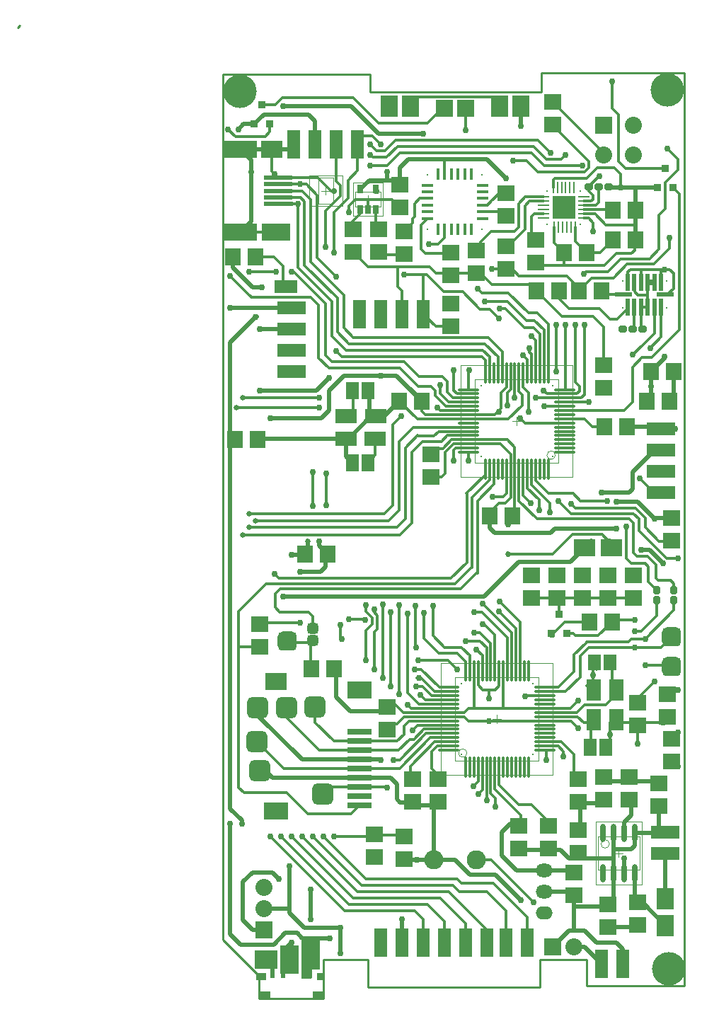
<source format=gbl>
%FSTAX25Y25*%
%MOIN*%
G70*
G01*
G75*
G04 Layer_Physical_Order=2*
G04 Layer_Color=16711680*
%ADD10R,0.07874X0.07480*%
%ADD11R,0.01969X0.15748*%
%ADD12R,0.04331X0.02559*%
%ADD13R,0.07874X0.05512*%
%ADD14R,0.17011X0.12579*%
%ADD15R,0.20011X0.12579*%
%ADD16R,0.13780X0.11811*%
%ADD17R,0.06102X0.04331*%
%ADD18R,0.06102X0.04331*%
%ADD19R,0.06102X0.13583*%
%ADD20R,0.04724X0.07000*%
%ADD21R,0.04724X0.07874*%
%ADD22R,0.03543X0.03740*%
%ADD23R,0.03543X0.03740*%
%ADD24R,0.05906X0.13780*%
%ADD25R,0.09843X0.07874*%
%ADD26R,0.07480X0.07874*%
%ADD27C,0.01200*%
%ADD28C,0.02000*%
%ADD29C,0.01400*%
%ADD30C,0.01600*%
%ADD31C,0.01000*%
%ADD32C,0.00394*%
%ADD33C,0.15748*%
%ADD34R,0.08000X0.08000*%
%ADD35C,0.08000*%
%ADD36C,0.09000*%
%ADD37O,0.08000X0.06400*%
%ADD38O,0.08000X0.06000*%
%ADD39R,0.08000X0.08000*%
%ADD40C,0.03000*%
%ADD41C,0.02600*%
%ADD42C,0.02700*%
%ADD43C,0.02800*%
%ADD44R,0.07874X0.09843*%
%ADD45R,0.07874X0.07842*%
%ADD46R,0.13780X0.01969*%
%ADD47R,0.15748X0.08071*%
%ADD48R,0.10236X0.08071*%
%ADD49R,0.13780X0.08071*%
G04:AMPARAMS|DCode=50|XSize=39.37mil|YSize=31.5mil|CornerRadius=7.87mil|HoleSize=0mil|Usage=FLASHONLY|Rotation=0.000|XOffset=0mil|YOffset=0mil|HoleType=Round|Shape=RoundedRectangle|*
%AMROUNDEDRECTD50*
21,1,0.03937,0.01575,0,0,0.0*
21,1,0.02362,0.03150,0,0,0.0*
1,1,0.01575,0.01181,-0.00787*
1,1,0.01575,-0.01181,-0.00787*
1,1,0.01575,-0.01181,0.00787*
1,1,0.01575,0.01181,0.00787*
%
%ADD50ROUNDEDRECTD50*%
G04:AMPARAMS|DCode=51|XSize=39.37mil|YSize=31.5mil|CornerRadius=7.87mil|HoleSize=0mil|Usage=FLASHONLY|Rotation=270.000|XOffset=0mil|YOffset=0mil|HoleType=Round|Shape=RoundedRectangle|*
%AMROUNDEDRECTD51*
21,1,0.03937,0.01575,0,0,270.0*
21,1,0.02362,0.03150,0,0,270.0*
1,1,0.01575,-0.00787,-0.01181*
1,1,0.01575,-0.00787,0.01181*
1,1,0.01575,0.00787,0.01181*
1,1,0.01575,0.00787,-0.01181*
%
%ADD51ROUNDEDRECTD51*%
G04:AMPARAMS|DCode=52|XSize=90mil|YSize=90mil|CornerRadius=22.5mil|HoleSize=0mil|Usage=FLASHONLY|Rotation=180.000|XOffset=0mil|YOffset=0mil|HoleType=Round|Shape=RoundedRectangle|*
%AMROUNDEDRECTD52*
21,1,0.09000,0.04500,0,0,180.0*
21,1,0.04500,0.09000,0,0,180.0*
1,1,0.04500,-0.02250,0.02250*
1,1,0.04500,0.02250,0.02250*
1,1,0.04500,0.02250,-0.02250*
1,1,0.04500,-0.02250,-0.02250*
%
%ADD52ROUNDEDRECTD52*%
%ADD53R,0.06693X0.09843*%
%ADD54R,0.05512X0.00984*%
%ADD55R,0.00984X0.05512*%
%ADD56C,0.01063*%
%ADD57R,0.10630X0.10630*%
%ADD58R,0.09843X0.06693*%
%ADD59R,0.11811X0.07874*%
%ADD60R,0.11811X0.02953*%
%ADD61R,0.09843X0.07874*%
G04:AMPARAMS|DCode=62|XSize=100mil|YSize=100mil|CornerRadius=25mil|HoleSize=0mil|Usage=FLASHONLY|Rotation=0.000|XOffset=0mil|YOffset=0mil|HoleType=Round|Shape=RoundedRectangle|*
%AMROUNDEDRECTD62*
21,1,0.10000,0.05000,0,0,0.0*
21,1,0.05000,0.10000,0,0,0.0*
1,1,0.05000,0.02500,-0.02500*
1,1,0.05000,-0.02500,-0.02500*
1,1,0.05000,-0.02500,0.02500*
1,1,0.05000,0.02500,0.02500*
%
%ADD62ROUNDEDRECTD62*%
%ADD63O,0.01181X0.10236*%
%ADD64O,0.10236X0.01181*%
%ADD65R,0.04567X0.05906*%
%ADD66R,0.08661X0.15748*%
%ADD67R,0.08661X0.13780*%
%ADD68R,0.11024X0.09055*%
%ADD69R,0.01575X0.05512*%
%ADD70R,0.05512X0.01575*%
%ADD71R,0.02756X0.03543*%
%ADD72R,0.04724X0.03543*%
%ADD73R,0.01969X0.07087*%
%ADD74R,0.05906X0.07874*%
%ADD75R,0.05906X0.07574*%
%ADD76R,0.02165X0.07874*%
%ADD77R,0.07874X0.02165*%
G04:AMPARAMS|DCode=78|XSize=51.18mil|YSize=51.18mil|CornerRadius=12.8mil|HoleSize=0mil|Usage=FLASHONLY|Rotation=270.000|XOffset=0mil|YOffset=0mil|HoleType=Round|Shape=RoundedRectangle|*
%AMROUNDEDRECTD78*
21,1,0.05118,0.02559,0,0,270.0*
21,1,0.02559,0.05118,0,0,270.0*
1,1,0.02559,-0.01280,-0.01280*
1,1,0.02559,-0.01280,0.01280*
1,1,0.02559,0.01280,0.01280*
1,1,0.02559,0.01280,-0.01280*
%
%ADD78ROUNDEDRECTD78*%
%ADD79R,0.13780X0.05906*%
%ADD80R,0.10880X0.05906*%
%ADD81R,0.02559X0.04331*%
%ADD82O,0.02362X0.08661*%
%ADD83C,0.01500*%
D10*
X0187Y0299811D02*
D03*
Y0289181D02*
D03*
X0141Y0370189D02*
D03*
Y0380819D02*
D03*
X0201Y0190189D02*
D03*
Y0200819D02*
D03*
X0219Y0227811D02*
D03*
Y0217181D02*
D03*
X0091Y0374189D02*
D03*
Y0384819D02*
D03*
X0093Y0362819D02*
D03*
Y0352189D02*
D03*
X0115Y0352819D02*
D03*
Y0342189D02*
D03*
X0127Y0343181D02*
D03*
Y0353811D02*
D03*
X0141Y0345181D02*
D03*
Y0355811D02*
D03*
X0115Y0318189D02*
D03*
Y0328819D02*
D03*
X01055Y0247181D02*
D03*
Y0257811D02*
D03*
X0217Y0134189D02*
D03*
Y0144819D02*
D03*
X0163Y0423811D02*
D03*
Y0413181D02*
D03*
X0155Y0348189D02*
D03*
Y0358819D02*
D03*
X0175Y0070189D02*
D03*
Y0080819D02*
D03*
X0161Y0072189D02*
D03*
Y0082819D02*
D03*
X0079Y0068189D02*
D03*
Y0078819D02*
D03*
X0097Y0094189D02*
D03*
Y0104819D02*
D03*
X0109Y0094189D02*
D03*
Y0104819D02*
D03*
X0189Y0190189D02*
D03*
Y0200819D02*
D03*
X0177Y0190189D02*
D03*
Y0200819D02*
D03*
X0165Y0190189D02*
D03*
Y0200819D02*
D03*
X0153Y0190189D02*
D03*
Y0200819D02*
D03*
X0025Y0177811D02*
D03*
Y0167181D02*
D03*
X0081Y0353181D02*
D03*
Y0363811D02*
D03*
X0069Y0353181D02*
D03*
Y0363811D02*
D03*
X0203Y0036189D02*
D03*
Y0046819D02*
D03*
X0189Y0045811D02*
D03*
Y0035181D02*
D03*
X0173Y0050189D02*
D03*
Y0060819D02*
D03*
X0147Y0072189D02*
D03*
Y0082819D02*
D03*
X0175Y0094189D02*
D03*
Y0104819D02*
D03*
X0187Y0105811D02*
D03*
Y0095181D02*
D03*
X0199Y0105811D02*
D03*
Y0095181D02*
D03*
X0213Y0092189D02*
D03*
Y0102819D02*
D03*
X0219Y0123811D02*
D03*
Y0113181D02*
D03*
X0203Y0130189D02*
D03*
Y0140819D02*
D03*
X0093Y0077811D02*
D03*
Y0067181D02*
D03*
X0085Y0128189D02*
D03*
Y0138819D02*
D03*
D22*
X016974Y0173374D02*
D03*
X0166Y0182626D02*
D03*
X0216Y0392626D02*
D03*
X021974Y0383374D02*
D03*
X002974Y0413374D02*
D03*
X0026Y0422626D02*
D03*
D23*
X016226Y0173374D02*
D03*
X021226Y0383374D02*
D03*
X002226Y0413374D02*
D03*
D24*
X0196Y0018D02*
D03*
X0186D02*
D03*
X0071Y0404D02*
D03*
X0061D02*
D03*
X0051D02*
D03*
X0041D02*
D03*
X0102Y0324D02*
D03*
X0092D02*
D03*
X0082D02*
D03*
X0072D02*
D03*
X0141Y0028D02*
D03*
X0151D02*
D03*
X0132D02*
D03*
X0122D02*
D03*
X0112D02*
D03*
X0102D02*
D03*
X0092D02*
D03*
X0082D02*
D03*
D25*
X01905Y0214D02*
D03*
X0178D02*
D03*
D26*
X0168189Y0353D02*
D03*
X0178819D02*
D03*
X0175181Y0335D02*
D03*
X0185811D02*
D03*
X0217811Y0283D02*
D03*
X0207181D02*
D03*
X0155181Y0335D02*
D03*
X0165811D02*
D03*
X0023811Y0265D02*
D03*
X0013181D02*
D03*
X0090689Y0283D02*
D03*
X0101319D02*
D03*
X0012189Y0351D02*
D03*
X0022819D02*
D03*
X0201811Y0359D02*
D03*
X0191181D02*
D03*
X0059811Y0157D02*
D03*
X0049181D02*
D03*
X0219811Y0297D02*
D03*
X0209181D02*
D03*
X0201811Y0373D02*
D03*
X0191181D02*
D03*
X0180189Y0179D02*
D03*
X0190819D02*
D03*
X0056819Y0211D02*
D03*
X0046189D02*
D03*
X0143811Y0229D02*
D03*
X0133181D02*
D03*
X0197811Y0271D02*
D03*
X0187181D02*
D03*
D27*
X012344Y0288341D02*
Y02975D01*
X0222Y0392D02*
Y0397D01*
X0217Y0402D02*
X0222Y0397D01*
X0194Y0396D02*
Y0418D01*
X0191Y0421D02*
Y04335D01*
Y0421D02*
X0194Y0418D01*
Y0396D02*
X0197374Y0392626D01*
X0216D01*
X0193216Y03215D02*
X0198284Y0326567D01*
X01655Y0334689D02*
X0165811Y0335D01*
X0198284Y0326567D02*
Y0327189D01*
X00355Y0426D02*
X0069D01*
X0032126Y0422626D02*
X00355Y0426D01*
X0026Y0422626D02*
X0032126D01*
X00275Y04075D02*
X002974Y040974D01*
X00135Y04075D02*
X00275D01*
X002974Y040974D02*
Y0413374D01*
X001Y0411D02*
X00135Y04075D01*
X0044793Y0091207D02*
X00475Y00885D01*
X00375Y00985D02*
X0044793Y0091207D01*
X00175Y00985D02*
X00375D01*
X00475Y00885D02*
X0068106D01*
X0072Y0092394D01*
Y0101055D02*
X0085D01*
X0055Y0099D02*
X0057055Y0101055D01*
X0072D01*
X00235Y01225D02*
X0036283Y0109716D01*
X0072D01*
X00375Y0134D02*
Y01385D01*
Y0134D02*
X0053122Y0118378D01*
X0072D01*
X0051Y01315D02*
Y0139D01*
Y01315D02*
X0059791Y0122709D01*
X0051Y01315D02*
Y0132D01*
X0059791Y0122709D02*
X0072D01*
X0138374Y0262751D02*
X0143125Y0258D01*
Y025094D02*
Y0258D01*
X012344Y0262751D02*
X0138374D01*
X0127503Y0236003D02*
X0135251Y0243751D01*
X0125Y02375D02*
X0132021Y0244521D01*
X0135251Y0243751D02*
Y025094D01*
X01345Y0238D02*
X01395D01*
X0137681Y0235D02*
X01405D01*
X0133681Y0231D02*
X0137681Y0235D01*
X0141156Y0239656D02*
Y02435D01*
X01395Y0238D02*
X0141156Y0239656D01*
Y02435D02*
Y025094D01*
X01405Y0235D02*
X0143125Y0237625D01*
Y025094D01*
X0213Y0217D02*
X0219D01*
X0152936Y03135D02*
X0154936Y03115D01*
Y0296215D02*
Y03115D01*
X01525Y03135D02*
X0152936D01*
X0025Y01785D02*
X0044D01*
X00945Y01455D02*
Y0183D01*
Y01455D02*
X0099843Y0140157D01*
X0091Y0114D02*
X0103378Y0126378D01*
X0088Y0114D02*
X0091D01*
X0085Y0128D02*
Y013D01*
X0086Y0131D01*
X0015Y0101D02*
X00175Y00985D01*
X0015Y0101D02*
Y0184D01*
X0011Y0342D02*
X0021Y0332D01*
X0049D01*
X00205Y03325D02*
X0021Y0332D01*
X02155Y0345D02*
X0218D01*
X01995D02*
X02155D01*
X02225Y03165D02*
Y0380614D01*
X021974Y0383374D02*
X02225Y0380614D01*
X0198284Y0339D02*
Y0343783D01*
X01995Y0345D01*
X0102Y0324D02*
Y03425D01*
Y03215D02*
Y0324D01*
Y03425D02*
X01035D01*
X0093D02*
X0102D01*
X0069Y0313D02*
X01325D01*
X00645Y03175D02*
X0069Y0313D01*
X00645Y03175D02*
Y0333D01*
X00615Y03155D02*
X0067Y031D01*
X00615Y03155D02*
Y03315D01*
X0046Y0347D02*
X00615Y03315D01*
X0154936Y0245564D02*
X0161Y02395D01*
X0154936Y0245564D02*
Y025094D01*
X016Y02805D02*
X0160033Y0280467D01*
X0168715D01*
X0156904Y0296215D02*
X0156973Y0296284D01*
X0112071Y036D02*
Y0364D01*
X0109071Y0357D02*
X0112071Y036D01*
X01045Y0357D02*
X0109071D01*
X0103Y03525D02*
X0115319D01*
X0101Y03545D02*
X0103Y03525D01*
X0101Y03545D02*
Y0366D01*
X0093Y0352189D02*
X0095189Y035D01*
X0160127Y0286373D02*
X0168715D01*
X01585Y0288D02*
X0160127Y0286373D01*
X0036Y0337D02*
Y03465D01*
X0022819Y0351D02*
X00315D01*
X0036Y03465D01*
X01085Y028D02*
X0110001Y0278499D01*
X012344D01*
X0101319Y0278181D02*
X010297Y027653D01*
X0101319Y0278181D02*
Y0283D01*
X010297Y027653D02*
X012344D01*
X0112533Y0280467D02*
X012344D01*
X01075Y02855D02*
Y0288D01*
Y02855D02*
X0112533Y0280467D01*
X011Y02865D02*
X0114064Y0282436D01*
X011Y02865D02*
Y02905D01*
X0114064Y0282436D02*
X012344D01*
X011325Y028725D02*
X0116096Y0284404D01*
X012344D01*
X0211Y02275D02*
X0211311Y0227811D01*
X02065Y02235D02*
Y0228D01*
X0202Y02325D02*
X02065Y0228D01*
X01735Y02325D02*
X0202D01*
X01715Y02345D02*
X01735Y02325D01*
X02065Y02235D02*
X0213Y0217D01*
X02035Y0222D02*
Y02275D01*
Y0222D02*
X02165Y0209D01*
X0201Y023D02*
X02035Y02275D01*
X02165Y0209D02*
X0222D01*
X01515Y0278D02*
Y0287D01*
Y02775D02*
Y0278D01*
X014903Y028947D02*
X01515Y0287D01*
X02075Y0209723D02*
X02115Y0205724D01*
X0202777Y0209723D02*
X02075D01*
X02115Y01995D02*
Y0205724D01*
X00905Y0249D02*
Y0264D01*
Y0248D02*
Y0249D01*
X0122452Y0239452D02*
X0131314Y0248314D01*
Y025094D01*
X0201Y02115D02*
X0202777Y0209723D01*
X0163Y0211D02*
X0172126Y0220126D01*
X01418Y0211D02*
X0163D01*
X0172126Y0220126D02*
X0186126D01*
X0034412Y0183588D02*
X0047912D01*
X005Y0176D02*
Y01815D01*
X0047912Y0183588D02*
X005Y01815D01*
X0114032Y0148093D02*
X0114094Y0148031D01*
X0107437Y0146063D02*
X0114094D01*
X0105905Y0144095D02*
X0114094D01*
X0102874Y0142126D02*
X0114094D01*
X01005Y01445D02*
X0102874Y0142126D01*
X0096311Y0138189D02*
X0114094D01*
X00945Y014D02*
X0096311Y0138189D01*
X0165532Y0148031D02*
X0173Y01555D01*
X015937Y0148031D02*
X0165532D01*
X0135748Y0169D02*
Y0172748D01*
Y0155905D02*
Y0169D01*
X01285Y0174D02*
X013378Y016872D01*
X0126Y0174D02*
X01285D01*
X013378Y0155905D02*
Y016872D01*
X01285Y017D02*
X0131811Y0166689D01*
X0122Y017D02*
X01285D01*
X0131811Y0155905D02*
Y0166689D01*
X0138Y01885D02*
X0147559Y0178941D01*
Y01785D02*
Y0178941D01*
Y0155905D02*
Y01785D01*
X0137672Y0183919D02*
X0145591Y0176D01*
Y0155905D02*
Y0176D01*
X013Y01875D02*
X0143622Y0173878D01*
Y0155905D02*
Y0173878D01*
X01295Y01835D02*
X0141654Y0171346D01*
X0129Y01835D02*
X01295D01*
X012611D02*
X0129D01*
X0141654Y0155905D02*
Y0171346D01*
X0133Y0143D02*
Y0147D01*
Y0132283D02*
X015937D01*
X0123216D02*
X0133D01*
Y0147D02*
X0136D01*
X013D02*
X0133D01*
X0121248Y0134252D02*
X0123216Y0132283D01*
X0114094Y0134252D02*
X0121248D01*
X0123189Y0138189D02*
X01395D01*
X0121221Y0136221D02*
X0123189Y0138189D01*
X0114094Y0136221D02*
X0121221D01*
X01395Y0138189D02*
X0139685Y0138374D01*
X01395Y0138189D02*
X015937D01*
X0139685Y0138374D02*
Y0155905D01*
X013Y0178D02*
X0130496D01*
X0135748Y0172748D01*
X01065Y01815D02*
Y01865D01*
Y01725D02*
Y01815D01*
Y01725D02*
X0112Y0167D01*
X012D01*
X0123937Y0163063D01*
X0102374Y0171126D02*
X0109362Y0164138D01*
X0117862D01*
X0121968Y0160031D01*
Y0155905D02*
Y0160031D01*
X0102374Y0171126D02*
Y0183012D01*
X0123937Y0155905D02*
Y0163063D01*
X0134181Y0338D02*
X0152181D01*
X0155181Y0335D01*
X0129Y0343181D02*
X0134181Y0338D01*
X0155Y0347D02*
Y0348189D01*
X0143819Y0345181D02*
X0147Y0342D01*
X0141Y0345181D02*
X0143819D01*
X0076Y0373276D02*
Y0378D01*
X0087189D01*
X007D02*
X0076D01*
X0052425Y0388299D02*
X0058724Y0382D01*
X0060724D01*
X0061Y04D02*
Y0404D01*
X0071Y0408D02*
X0078D01*
X0044Y038515D02*
X004685D01*
X0033716D02*
X0044D01*
X0093Y0362819D02*
X0097Y0366819D01*
Y0369D01*
X0098Y037D01*
X0144Y0358D02*
X0146Y036D01*
X0144Y0356724D02*
Y0358D01*
X018Y0384196D02*
X0184804Y0389D01*
X0185D01*
X018Y0384D02*
Y0384196D01*
X0179Y0388D02*
X0184Y0393D01*
X0192D02*
X0195Y039D01*
X0184Y0393D02*
X0192D01*
X0164Y0388D02*
X0179D01*
X0185181Y0353D02*
X0191181Y0359D01*
X0178819Y0353D02*
X0185181D01*
X0173539Y0358279D02*
Y0364858D01*
Y0358279D02*
X0178819Y0353D01*
X0163697Y0357492D02*
X0168189Y0353D01*
X0163697Y0357492D02*
Y0364858D01*
X0153Y0360819D02*
X0155Y0358819D01*
X0182Y0363D02*
Y0367D01*
X0179795Y0369205D02*
X0182Y0367D01*
X0177476Y0369205D02*
X0179795D01*
X0182827Y0371173D02*
X0188Y0366D01*
X0177476Y0371173D02*
X0182827D01*
X0191039Y0373142D02*
X0191181Y0373D01*
X0177476Y0373142D02*
X0191039D01*
X0183251Y037511D02*
X0184724Y0376584D01*
Y0381D01*
Y0384D01*
Y0380276D02*
Y0381D01*
X0177476Y037511D02*
X0183251D01*
X0181079Y0377079D02*
X0182Y0378D01*
X018Y0382D02*
Y0384D01*
Y0382D02*
X0182Y038D01*
Y0378D02*
Y038D01*
X0177476Y0377079D02*
X0181079D01*
X0153Y0360819D02*
Y037D01*
X0154173Y0371173D01*
X0158776D01*
X0146Y036D02*
X015Y0364D01*
Y0375D01*
X0152079Y0377079D01*
X0158776D01*
X0134Y0363D02*
X0145D01*
X0147Y0365D01*
Y0376D01*
X0150047Y0379047D01*
X0158776D01*
X0141189Y0372D02*
X0143Y0370189D01*
X014Y0372D02*
X0141189D01*
X0139929Y0372071D02*
X014Y0372D01*
X013Y0372071D02*
X0139929D01*
X0163205Y0387205D02*
X0164Y0388D01*
X0163205Y0383476D02*
Y0387205D01*
X0178Y0391D02*
X018Y0393D01*
X014426Y039626D02*
X015074D01*
X0156Y0391D01*
X0178D01*
X018Y0393D02*
Y0396D01*
X0087189Y0378D02*
X0091Y0374189D01*
X0098Y037D02*
Y0376D01*
X010037Y037837D01*
X0104D01*
X0137819Y0380819D02*
X0143D01*
X0134056Y0377056D02*
X0137819Y0380819D01*
X0132232Y037522D02*
X0134056Y0377044D01*
X013Y037522D02*
X0132232D01*
X0134056Y0377044D02*
Y0377056D01*
X0112071Y039D02*
Y0396929D01*
X0091Y04D02*
X0153D01*
X014903Y028947D02*
Y0296215D01*
X0147062Y0287438D02*
X01485Y0286D01*
Y0281D02*
Y0286D01*
X0147062Y0287438D02*
Y0296215D01*
X0155Y0284404D02*
X0168715D01*
X0069Y02765D02*
Y0288D01*
Y02765D02*
Y0279311D01*
X00875Y0234D02*
Y0272D01*
X00915Y0276D01*
X0142062Y0274562D02*
X01485Y0281D01*
X0145093Y0284593D02*
Y0296215D01*
X01415Y0281D02*
Y0287D01*
X0143125Y0288625D01*
Y0296215D01*
X00655Y0275811D02*
X0069Y0279311D01*
X01385Y0287D02*
X0141156Y0289656D01*
X01355Y027653D02*
X01385Y027953D01*
X012344Y027653D02*
X01355D01*
X01385Y027953D02*
Y0287D01*
X0141156Y0289656D02*
Y0296215D01*
X0101319Y0283D02*
Y0283181D01*
X0076Y0254D02*
X007935Y025735D01*
Y0265181D01*
X0090689Y0283D02*
X0099127Y0274562D01*
X012344D01*
X00905Y0264D02*
X0097125Y0270625D01*
X01135D01*
X012344D01*
X0103125D02*
X01135D01*
X00965Y0259D02*
X01015Y0264D01*
X01105D01*
X0113188Y0266688D01*
X012344D01*
X01055Y0247181D02*
X0110681D01*
X0112345Y0248845D01*
Y0258845D01*
X0202Y01315D02*
X0215D01*
X0217Y01335D02*
Y0134189D01*
X0215Y01315D02*
X0217Y01335D01*
Y0123811D02*
X0218811D01*
X0222Y0127D01*
X0217Y0113181D02*
X0219181Y0111D01*
X0222D01*
X02Y0142D02*
X0203D01*
Y0143D01*
X0211Y0151D01*
X0081Y0414D02*
X0104D01*
X0078Y0408D02*
X0082Y0404D01*
X0016Y036261D02*
X0032732D01*
X003839Y040139D02*
X0041Y0404D01*
X0153Y04D02*
X0159Y0394D01*
X0085D02*
X0091Y04D01*
X0159Y0394D02*
X0177D01*
X0077D02*
X0085D01*
X016Y0397D02*
X0167D01*
X0078321Y0397679D02*
X0084679D01*
X0167Y0397D02*
X0169Y0399D01*
X0154Y0403D02*
X016Y0397D01*
X009Y0403D02*
X0154D01*
X0084679Y0397679D02*
X009Y0403D01*
X0077Y0399D02*
X0078321Y0397679D01*
X0080099Y0400901D02*
X0083901D01*
X0156Y0406D02*
X0162Y04D01*
X0083901Y0400901D02*
X0089Y0406D01*
X0077Y0404D02*
X0080099Y0400901D01*
X0033716Y0388299D02*
X0052425D01*
X0030709Y0391307D02*
X0033716Y0388299D01*
X0015181Y0167181D02*
X0025D01*
X0092779Y0136221D02*
X0114094D01*
X0153Y0093D02*
X0162Y0084D01*
X0147Y0093D02*
X0153D01*
X0137716Y0102284D02*
X0147Y0093D01*
X019Y0126D02*
Y0131496D01*
Y0121213D02*
Y0126D01*
X0167Y0122441D02*
X0173Y0116441D01*
X015937Y0122441D02*
X0167D01*
X0049Y0156D02*
Y0169016D01*
X0038Y017D02*
X0038984Y0169016D01*
X0049D01*
X0127874Y0103874D02*
Y011063D01*
X0126Y0102D02*
X0127874Y0103874D01*
X0165528Y0120472D02*
X0168Y0118D01*
X015937Y0120472D02*
X0165528D01*
X015937Y0118504D02*
X0163496D01*
X0137716Y0102284D02*
Y011063D01*
X0135748Y0100252D02*
Y011063D01*
Y0100252D02*
X0148Y0088D01*
Y0084D02*
Y0088D01*
X013378Y009822D02*
X0136Y0096D01*
Y0092D02*
Y0096D01*
X013378Y009822D02*
Y011063D01*
X0127Y0166D02*
X0129842Y0163157D01*
Y0155905D02*
Y0163157D01*
X0182Y0154D02*
Y0158D01*
Y0151842D02*
Y0154D01*
X015937Y0146063D02*
X0169063D01*
X0171716Y0132283D02*
X0174Y013D01*
X015937Y0132283D02*
X0171716D01*
X0174748Y0134252D02*
X0177504Y0131496D01*
X015937Y0134252D02*
X0174748D01*
X0177504Y0131496D02*
X0180976D01*
Y0121524D02*
Y0131496D01*
X0182Y0158D02*
X01835Y01565D01*
X0178976Y0148819D02*
X0182Y0151842D01*
X0102Y0028D02*
Y0039D01*
X0098Y0043D02*
X0102Y0039D01*
X0112Y0028D02*
Y0038D01*
X0104Y0046D02*
X0112Y0038D01*
X011Y0049D02*
X0122Y0037D01*
Y0028D02*
Y0037D01*
X003Y0078D02*
X0065Y0043D01*
X0098D01*
X0035Y0078D02*
X0067Y0046D01*
X0104D01*
X0069Y0049D02*
X011D01*
X0041Y0077D02*
X0069Y0049D01*
X0071Y0052D02*
X0114D01*
X0073Y0055D02*
X0116D01*
X0055Y0078D02*
X0075Y0058D01*
X0045Y0078D02*
X0071Y0052D01*
X005Y0078D02*
X0073Y0055D01*
X0075Y0058D02*
X0118D01*
X00805Y00785D02*
X0094D01*
X008Y0078D02*
X00805Y00785D01*
X0178976Y0121524D02*
X01805Y012D01*
X0191Y0149031D02*
Y0159D01*
X0201996Y0131496D02*
X0202Y01315D01*
X01825Y0157D02*
Y0163D01*
X0191213Y0131496D02*
X0201996D01*
X0128Y0098D02*
X0129842Y0099843D01*
Y011063D01*
X0108472Y0120472D02*
X0114094D01*
X0106Y0118D02*
X0108472Y0120472D01*
X0106Y011D02*
Y0118D01*
Y011D02*
X0108Y0108D01*
X0107441Y0122441D02*
X0114094D01*
X0096Y0103D02*
Y0111D01*
X0107441Y0122441D01*
X0099315Y0130315D02*
X0114094D01*
X0097Y0128D02*
X0099315Y0130315D01*
X0093Y013D02*
X0095284Y0132283D01*
X0114094D01*
X0105409Y0124409D02*
X0114094D01*
X0072Y0109716D02*
X0072284Y011D01*
X0091D01*
X0105409Y0124409D01*
X0103378Y0126378D02*
X0114094D01*
X0102347Y0128347D02*
X0114094D01*
X0097659Y0123659D02*
X0102347Y0128347D01*
X0072Y0122709D02*
X0089709D01*
X0093Y0126D02*
Y013D01*
X0089709Y0122709D02*
X0093Y0126D01*
X0072Y0118378D02*
X0090378D01*
X0095659Y0123659D01*
X0097659D01*
X0169063Y0146063D02*
X0176Y0153D01*
X0127874Y0149126D02*
Y0155905D01*
Y0149126D02*
X013Y0147D01*
X0136D02*
X0137716Y0148716D01*
Y0155905D01*
X0125906Y0138189D02*
Y0155905D01*
X015937Y0136221D02*
X0174221D01*
X0178Y014D01*
X0188D01*
X0191213Y0143213D01*
Y0145D01*
X015937Y0138189D02*
X0171189D01*
X0175Y0142D01*
X0030709Y0391307D02*
Y040139D01*
X0033716Y0375701D02*
X0043D01*
X0069Y0426D02*
X0081Y0414D01*
X0104D02*
X0112Y0422D01*
X0096D02*
Y0424D01*
X0098221Y0426221D01*
X0135779D01*
X0138Y0424D01*
Y0422D02*
Y0424D01*
X0214Y0167D02*
X0219Y0172D01*
X0163Y0413D02*
X018Y0396D01*
X0163Y0413D02*
Y0413181D01*
Y0423811D02*
X0187Y0399811D01*
Y0399D02*
Y0399811D01*
X0089Y0406D02*
X0156D01*
X0122Y041D02*
Y0421D01*
Y0422D01*
X012344Y0264719D02*
X0141471D01*
X0145093Y0261097D01*
Y025094D02*
Y0261097D01*
X012344Y0274562D02*
X0142062D01*
X0149907Y0272593D02*
X0168715D01*
X012344Y025494D02*
Y0258814D01*
X0117282Y0260782D02*
X012344D01*
X0116345Y0259845D02*
X0117282Y0260782D01*
X0116345Y0254845D02*
Y0259845D01*
X0116251Y0262751D02*
X012344D01*
X0112345Y0258845D02*
X0116251Y0262751D01*
X0115219Y0264719D02*
X012344D01*
X0111156Y0260656D02*
X0115219Y0264719D01*
X0106345Y0260656D02*
X0111156D01*
X0117818Y0286373D02*
X012344D01*
X0116345Y0287845D02*
X0117818Y0286373D01*
X0145093Y0228407D02*
Y025094D01*
X0133282Y0245707D02*
Y025094D01*
X0132097Y0244521D02*
X0133282Y0245707D01*
X0118Y0058D02*
X012Y0056D01*
X0116Y0055D02*
X0119107Y0051893D01*
X0127Y0067D02*
X0134D01*
X0154Y0047D01*
X0135Y0056D02*
X0151Y004D01*
X012Y0056D02*
X0135D01*
X0151Y0028D02*
Y004D01*
X0132107Y0051893D02*
X0141Y0043D01*
X0119107Y0051893D02*
X0132107D01*
X0141Y0028D02*
Y0043D01*
X0114Y0052D02*
X0118102Y0047898D01*
X01475Y0275D02*
X0149907Y0272593D01*
X0131314Y0249814D02*
Y025094D01*
X002Y0344D02*
X00325D01*
X0067Y0375D02*
X007Y0378D01*
X0067Y0372D02*
Y0375D01*
X007974Y038126D02*
Y0382724D01*
Y0364984D02*
Y0373276D01*
Y0364984D02*
X008Y0364724D01*
X0193181Y0333095D02*
X0196315D01*
X0204583Y0327189D02*
X0207732D01*
Y0339D02*
X0210882D01*
X0207732Y0327189D02*
Y0333D01*
Y0339D01*
X0203Y0333D02*
X0207732D01*
X0201552Y0334448D02*
X0203Y0333D01*
X0201552Y0334448D02*
Y0338881D01*
X0201433Y0339D02*
X0201552Y0338881D01*
X0216Y0333095D02*
X0217094D01*
X0219932Y0335932D01*
Y0343068D01*
X0218Y0345D02*
X0219932Y0343068D01*
X0214032Y0339D02*
Y0344969D01*
X0204583Y0339D02*
Y0344583D01*
X0201433Y0317709D02*
Y0327189D01*
X0200724Y0317D02*
X0201433Y0317709D01*
X0204583Y0317768D02*
Y0327189D01*
Y0317768D02*
X020535Y0317D01*
X0033716Y037885D02*
X004415D01*
X0046Y0377D01*
X0033716Y0382D02*
X0045D01*
X0049Y0378D01*
X004685Y038515D02*
X0052Y038D01*
X007226Y0371071D02*
Y0373276D01*
X0067094Y0365905D02*
X007226Y0371071D01*
X0103921Y0368921D02*
X0104D01*
X0101Y0366D02*
X0103921Y0368921D01*
X0102921D02*
X0103921D01*
X0129Y0358D02*
X0134Y0363D01*
X0129Y0353811D02*
Y0358D01*
X0125992Y0346189D02*
X0129Y0343181D01*
X0080992Y0352D02*
X0092D01*
X0032287Y0185713D02*
X0034412Y0183588D01*
X0063118Y0171382D02*
Y0177382D01*
Y0171382D02*
X00635Y0171D01*
X0089Y014D02*
X0092779Y0136221D01*
X0086Y0131D02*
X0089748D01*
X0093Y0134252D01*
X0114094D01*
X02015Y0167D02*
X0214D01*
X022Y01845D02*
Y0189276D01*
X02065Y0171D02*
X022Y01845D01*
X02015Y01745D02*
X02045D01*
X0212Y0182D01*
Y0189276D01*
X02185Y01585D02*
X0219Y0158D01*
X02065Y01585D02*
X02185D01*
X0153Y0190189D02*
X0165D01*
X0177D02*
X0189D01*
X0201D01*
X0208Y0198D02*
X0212Y0194D01*
X0208Y0198D02*
Y0205D01*
X0166Y0182626D02*
Y0190189D01*
X0165Y0190189D02*
X0177D01*
X0090677Y0145D02*
Y0186677D01*
X008674Y014874D02*
Y01835D01*
X0075Y0175D02*
X0078Y0178D01*
X016226Y0173374D02*
X0162374D01*
X0075Y0161D02*
Y0175D01*
X0082803Y01525D02*
Y0187197D01*
X0099843Y0140157D02*
X0114094D01*
X00865Y01485D02*
X008674Y014874D01*
X01015Y01485D02*
X0105905Y0144095D01*
X00985Y01485D02*
X01015D01*
X0102Y01515D02*
X01035Y015D01*
X0107437Y0146063D01*
X0101Y01525D02*
X01035Y015D01*
X0099Y01525D02*
X0101D01*
X0098Y01565D02*
X0101D01*
X016Y0114D02*
Y0117874D01*
X015937Y0118504D02*
X016Y0117874D01*
X0168Y01155D02*
Y0118D01*
X0203Y01215D02*
Y0130189D01*
X0150094Y0144095D02*
X015937D01*
X015Y0144D02*
X0150094Y0144095D01*
X0098437Y0166563D02*
Y0186551D01*
X0131811Y0095D02*
Y011063D01*
X0066817Y0180183D02*
X00745D01*
X00995Y0161D02*
X01135D01*
X0118Y01565D01*
X0101D02*
X0109468Y0148031D01*
X0114094D01*
X0075Y0184D02*
X0078Y0181D01*
X0075Y0184D02*
Y0187D01*
X0078Y0178D02*
Y0181D01*
X0079Y0183403D02*
Y0185D01*
Y01565D02*
Y0174097D01*
X0080452Y0175548D01*
X0079Y0183403D02*
X0080452Y0181952D01*
Y0175548D02*
Y0181952D01*
X02065Y02065D02*
X0208Y0205D01*
X02Y02065D02*
X02065D01*
X01975Y0209D02*
X02Y02065D01*
X022Y0194D02*
Y0197D01*
X02185Y01985D02*
X022Y0197D01*
X02115Y01995D02*
X02125Y01985D01*
X02185D01*
X0186126Y0220126D02*
X0189252Y0217D01*
X0176Y0153D02*
Y0163D01*
X0173Y01555D02*
Y01635D01*
X02Y0171D02*
X02065D01*
X016974Y0173374D02*
X0172626D01*
X0179Y01695D02*
X01985D01*
X02Y0171D01*
X01685Y0179D02*
X0180189D01*
X01625Y0173D02*
X01685Y0179D01*
X0172626Y0173374D02*
X01735Y01725D01*
X0173Y01635D02*
X01785Y0169D01*
X0179Y01695D01*
X0176Y0163D02*
X018Y0167D01*
X02015D01*
X019Y0178181D02*
X0190819Y0179D01*
X0173Y0106D02*
Y0116441D01*
X0032287Y0185713D02*
Y0192287D01*
X00345Y01945D01*
X0015Y0184D02*
X0028Y0197D01*
X01225Y0207D02*
Y0239404D01*
X0032Y02015D02*
X0034Y01995D01*
X0091Y022D02*
X00965Y02255D01*
X0017Y022D02*
X0091D01*
X00965Y02255D02*
Y0237D01*
Y0259D01*
X002Y02235D02*
X00895D01*
X00935Y02275D01*
X0023Y02265D02*
X00855D01*
X00905Y02315D02*
Y0249D01*
X00855Y02265D02*
X00905Y02315D01*
X002Y023D02*
X00835D01*
X00875Y0234D01*
X0219181Y0147D02*
X0222D01*
X0217Y0144819D02*
X0219181Y0147D01*
X01975Y0209D02*
Y0224D01*
X01555Y02275D02*
X0199D01*
X0201Y02255D01*
Y02115D02*
Y02255D01*
X0147062Y0235938D02*
Y025094D01*
Y0235938D02*
X01555Y02275D01*
X0017Y02845D02*
X0053D01*
X0014Y028D02*
X0053D01*
X0052782Y0303218D02*
X00575Y02985D01*
X0049Y0332D02*
X0052782Y0328218D01*
Y0303218D02*
Y0328218D01*
X004Y0344D02*
X0041D01*
X0056Y03045D02*
X0059Y03015D01*
X0041Y0344D02*
X0056Y0329D01*
Y03045D02*
Y0329D01*
X0131314Y0296215D02*
Y0302186D01*
X00635Y0304D02*
X01295D01*
X0060852Y0306648D02*
X00635Y0304D01*
X01295D02*
X0131314Y0302186D01*
X0133282Y0296215D02*
Y0303718D01*
X013Y0307D02*
X0133282Y0303718D01*
X0137219Y0296215D02*
Y0303781D01*
X0131Y031D02*
X0137219Y0303781D01*
X0139188Y0296215D02*
Y0306312D01*
X01325Y0313D02*
X0139188Y0306312D01*
X0052Y03505D02*
Y038D01*
X0049Y03485D02*
Y0378D01*
X0046Y0347D02*
Y0377D01*
X0043Y0346D02*
Y0375701D01*
X0052Y03505D02*
X0060926Y0341574D01*
X0049Y03485D02*
X00645Y0333D01*
X0043Y0346D02*
X0059Y033D01*
Y03135D02*
Y033D01*
Y03135D02*
X00655Y0307D01*
X013D01*
X0067Y031D02*
X0131D01*
X014903Y023847D02*
Y025094D01*
Y023847D02*
X01525Y0235D01*
X0150999Y0242001D02*
X01565Y02365D01*
Y02315D02*
Y02365D01*
X0150999Y0242001D02*
Y025094D01*
X0152967Y0243533D02*
Y025094D01*
Y0243533D02*
X01615Y0235D01*
Y02315D02*
Y0235D01*
X005Y02335D02*
Y02495D01*
X005625Y023375D02*
Y0249D01*
X0061Y03865D02*
Y0404D01*
Y03865D02*
X0063Y03845D01*
X0071Y03915D02*
Y0404D01*
X00665Y0387D02*
X0071Y03915D01*
X006Y0353D02*
Y0372D01*
X00665Y03785D01*
Y0387D01*
X0056Y03555D02*
Y03725D01*
X0063Y03795D01*
Y03845D01*
X01655Y0236D02*
X01715Y023D01*
X0201D01*
X01275Y0336D02*
X01295Y0334D01*
X01645Y0297D02*
Y0319D01*
X0150999Y0296215D02*
Y0302501D01*
X0168715Y0286373D02*
X0174373D01*
X01755Y02875D01*
X0168715Y0284404D02*
X0176404D01*
X0178Y0286D01*
X0169Y0288626D02*
Y0319D01*
X0168715Y0288341D02*
X0169Y0288626D01*
X01755Y02875D02*
Y029D01*
X01735Y0292D02*
Y0319D01*
Y0292D02*
X01755Y029D01*
X0178Y0286D02*
Y0319D01*
X0149Y03045D02*
X0150999Y0302501D01*
X01485Y0305D02*
X0149Y03045D01*
X0152967Y0296215D02*
Y0305033D01*
X0152Y0306D02*
X0152967Y0305033D01*
X0152Y0306D02*
Y0308D01*
X0209D02*
X02095D01*
X0214032Y0313032D02*
Y0327189D01*
X0209Y0308D02*
X0214032Y0313032D01*
X02055Y03095D02*
X0210882Y0314882D01*
Y0327189D01*
X02105Y024D02*
X0214D01*
X0204Y02465D02*
X02105Y024D01*
X0168715Y0274562D02*
X0177938D01*
X01815Y0271D01*
X0187181D01*
X0161Y02395D02*
X01725D01*
X0176Y0236D02*
X01885D01*
X01725Y02395D02*
X0176Y0236D01*
X0168715Y0278499D02*
X0179499D01*
X01795Y02785D01*
X020075Y030475D02*
X02055Y03095D01*
X02005Y0299D02*
X0205Y03035D01*
X0168715Y0282436D02*
X018D01*
X0105Y0346189D02*
X0108008Y0343181D01*
X0134181Y0345181D02*
X0141D01*
X01115Y03345D02*
X01205D01*
X01035Y03425D02*
X01115Y03345D01*
X013325Y032625D02*
X01375Y0322D01*
X01205Y03345D02*
X012875Y032625D01*
X013325D01*
X0107811Y0318189D02*
X0115D01*
X0102Y0324D02*
X0107811Y0318189D01*
X0075811Y0346189D02*
X009D01*
X0105D01*
X009Y0337D02*
Y0346189D01*
Y0337D02*
X0092Y0335D01*
Y0324D02*
Y0335D01*
X0068819Y0353181D02*
X0075811Y0346189D01*
X0108008Y0343181D02*
X0127D01*
X0129D01*
X01055Y029D02*
X01075Y0288D01*
X00995Y029D02*
X01055D01*
X0091Y02985D02*
X00995Y029D01*
X00575Y02985D02*
X0091D01*
X011325Y028725D02*
Y029225D01*
X01Y02945D02*
X0111D01*
X0093Y03015D02*
X01Y02945D01*
X0111D02*
X011325Y029225D01*
X0059Y03015D02*
X0093D01*
X0116345Y0287845D02*
Y02975D01*
X0205Y03035D02*
X02095D01*
X02225Y03165D01*
X0155181Y0335D02*
X0167181Y0323D01*
X0182D02*
X0187Y0318D01*
Y0299811D02*
Y0318D01*
X0167181Y0323D02*
X0182D01*
X02005Y0282499D02*
Y0299D01*
X0179499Y0278499D02*
X01965D01*
X02005Y0282499D01*
X00935Y02275D02*
Y0261D01*
X01095Y0268656D02*
X012344D01*
X0109156D02*
X01095D01*
X0099557Y02665D02*
X0107D01*
X00935Y0261D02*
X0099278Y0266778D01*
X0099557Y02665D01*
X0107D02*
X0109156Y0268656D01*
X0034Y01995D02*
X0115D01*
X006Y0078D02*
X0079D01*
X0115Y01995D02*
X01225Y0207D01*
X0028Y0197D02*
X0117D01*
X01245Y02045D01*
X0125D02*
Y02375D01*
X01245Y02045D02*
X0125D01*
X00345Y01945D02*
X01195D01*
X0127Y0202D01*
X01275D02*
Y0236D01*
X0127Y0202D02*
X01275D01*
X01735Y01725D02*
X0184319D01*
X0190819Y0179D01*
X0191819Y018D02*
X02015D01*
X0190819Y0179D02*
X0191819Y018D01*
X0132Y0028D02*
Y0034D01*
X0118102Y0047898D02*
X0132Y0034D01*
X0188Y0366D02*
X0201811D01*
X0195Y0383374D02*
Y039D01*
X0187716Y0333095D02*
X0196315D01*
X0185811Y0335D02*
X0187716Y0333095D01*
X0168189Y0347D02*
X0187406D01*
X0168189D02*
Y0353D01*
X0175181Y0335D02*
X0181181Y0341D01*
X01915D02*
X0198Y03475D01*
X0181181Y0341D02*
X01915D01*
X0195Y035D02*
X02085D01*
X0213Y03545D01*
Y03705D01*
X0215972Y0385972D02*
X0222Y0392D01*
X0213Y03705D02*
X0215972Y0373472D01*
Y0385972D01*
X0187406Y0347D02*
X0193Y0352594D01*
X0195405D01*
X0200095D02*
X02015Y0354D01*
Y0358689D02*
X0201811Y0359D01*
X0155Y0347D02*
X0168189D01*
X0195405Y0352594D02*
X0200095D01*
X02015Y0354D02*
Y0358689D01*
X0188941Y034394D02*
X0195Y035D01*
X0188881Y0344D02*
X0188941Y034394D01*
X01785Y0344D02*
X0188881D01*
X01775Y0343D02*
X01785Y0344D01*
X0175181Y0335D02*
Y0336319D01*
X01695Y0342D02*
X0175181Y0336319D01*
X0147Y0342D02*
X01695D01*
X0198Y03475D02*
X02105D01*
X0218Y0355D02*
Y036D01*
X02105Y03475D02*
X0218Y0355D01*
X0165811Y0331189D02*
Y0335D01*
Y0331189D02*
X01705Y03265D01*
X0185D01*
X019Y03215D01*
X0193216D01*
X0138Y03265D02*
X01405D01*
X01495Y03175D02*
X0153973D01*
X01405Y03265D02*
X01495Y03175D01*
X0156973Y0296284D02*
Y03145D01*
X0153973Y03175D02*
X0156973Y03145D01*
X0158873Y0296215D02*
Y03165D01*
X0154373Y0321D02*
X0158873Y03165D01*
X01505Y0321D02*
X0154373D01*
X01415Y033D02*
X01505Y0321D01*
X0131Y033D02*
X01415D01*
X01295Y0334D02*
X0142D01*
X01515Y03245D01*
X01555D01*
X0160841Y0296215D02*
Y0319159D01*
X01555Y03245D02*
X0160841Y0319159D01*
D28*
X0201811Y0383374D02*
X021226D01*
X018937Y0384D02*
X0189996Y0383374D01*
X0017Y00385D02*
Y00565D01*
X00215Y0061D01*
X0031D01*
X00215Y0034D02*
X0027D01*
X0017Y00385D02*
X00215Y0034D01*
X0031Y0061D02*
X0034Y0058D01*
X0011Y0032D02*
Y0084D01*
X0091Y0094D02*
X0097D01*
X0025Y01115D02*
X0031114Y0105386D01*
X0072D01*
X0024Y0135D02*
X0044953Y0114047D01*
X0024Y0135D02*
Y01385D01*
X0044953Y0114047D02*
X0072D01*
X0107Y0067D02*
X0109Y0069D01*
X0107Y0067D02*
Y00905D01*
X0105142Y0092642D02*
X0108Y00955D01*
X0097Y0092642D02*
X0105142D01*
X004Y02105D02*
X00475D01*
X0107Y0067D02*
X0117D01*
X0109Y0094189D02*
Y00945D01*
X0061Y01435D02*
Y01535D01*
Y01435D02*
X00675Y0137D01*
X00835D01*
X0081953Y0114047D02*
X0082Y0114D01*
X0072Y0114047D02*
X0081953D01*
X0072Y0105386D02*
X0086614D01*
X00895Y00955D02*
X0091Y0094D01*
X00895Y00955D02*
Y01025D01*
X0086614Y0105386D02*
X00895Y01025D01*
X00215Y03365D02*
X0026D01*
X0012189Y0345811D02*
X00215Y03365D01*
X0012189Y0345811D02*
Y0351D01*
X0219811Y0283689D02*
X02205Y0283D01*
X0219811Y0283689D02*
Y0297D01*
X0089319Y0295D02*
X0101319Y0283D01*
X0203Y02355D02*
X0211Y02275D01*
X0211311Y0227811D02*
X0219D01*
X0193Y02355D02*
X0203D01*
X0164Y0223D02*
X0193D01*
X0056Y0210181D02*
X0056819Y0211D01*
X0056Y0205D02*
Y0210181D01*
X00535Y02025D02*
X0056Y0205D01*
X0044Y02025D02*
X00535D01*
X01305Y0191D02*
X0146816Y0207315D01*
X0171316D01*
X0178Y0214D01*
X0095Y0397D02*
X0112D01*
X0091Y0384819D02*
Y0393D01*
X0095Y0397D01*
X0085Y0387D02*
Y0391D01*
Y0387D02*
X0088819D01*
X0076535D02*
X0085D01*
X007226Y0382724D02*
X0076535Y0387D01*
X0112Y0397D02*
X0112071Y0396929D01*
X0112Y0397D02*
X0132D01*
X0011Y0327D02*
X004D01*
X00955Y0289D02*
X0101319Y0283181D01*
X00835Y0275811D02*
X0090689Y0283D01*
X00795Y0275811D02*
X00835D01*
X00655Y0265D02*
X00665D01*
X00655D02*
Y0265181D01*
Y0257D02*
Y0265D01*
Y0257D02*
X00685Y0254D01*
X0077311Y0275811D02*
X00795D01*
X00665Y0265D02*
X0077311Y0275811D01*
X00765Y0278811D02*
X00795Y0275811D01*
X00765Y0278811D02*
Y0288D01*
X0016Y036261D02*
X0021Y036761D01*
X0016Y040139D02*
X0030709D01*
X003839D01*
X0051Y0404D02*
Y0415D01*
X0188189Y0045D02*
X0189Y0045811D01*
X0173Y0045D02*
X0188189D01*
X0173D02*
Y005D01*
Y00335D02*
Y0045D01*
X01705Y00335D02*
X0173D01*
X0159Y0052D02*
X0171D01*
X0172Y0062D02*
X0173Y0061D01*
X0159Y0062D02*
X0172D01*
X0199Y0095181D02*
X02Y0094181D01*
Y0088D02*
Y0094181D01*
X0213Y0081898D02*
Y0092D01*
Y0081898D02*
X0215449Y0079449D01*
X02025Y0104D02*
X021D01*
X02Y01065D02*
X02025Y0104D01*
X0205181Y0046819D02*
X0216Y0036D01*
X0203Y0046819D02*
X0205181D01*
X02015Y0048319D02*
X0203Y0046819D01*
X02015Y0048319D02*
Y0060551D01*
X0201992Y0035181D02*
X0203Y0036189D01*
X0189Y0035181D02*
X0201992D01*
X0108Y00955D02*
X0109Y00945D01*
X0094Y0066D02*
X0095Y0067D01*
X0031Y00145D02*
Y0023D01*
X0036Y0024D02*
X004Y0028D01*
X0036Y00145D02*
Y0024D01*
X00585Y0156D02*
X0061Y01535D01*
X0173Y00335D02*
X0178D01*
X0159Y0062D02*
X0159318D01*
X01965Y0060551D02*
Y00675D01*
X01705D02*
X01915D01*
Y0072D01*
Y0060551D02*
Y00675D01*
X02015Y00735D02*
Y0079449D01*
X02Y0072D02*
X02015Y00735D01*
X01915Y0072D02*
X02D01*
X01915D02*
Y0079449D01*
X0176Y00935D02*
X01875D01*
X0176Y008D02*
Y00935D01*
X01875Y00485D02*
X0192D01*
X01915Y0060551D02*
Y00645D01*
Y0049D02*
X0192Y00485D01*
X01915Y0049D02*
Y0060551D01*
X0216Y00485D02*
Y007D01*
X02015Y0079449D02*
X0215449D01*
X01965Y00845D02*
X02Y0088D01*
X01965Y0079449D02*
Y00845D01*
X0188Y0104D02*
X02D01*
X0049Y0039D02*
Y0053D01*
X0027Y0044D02*
X0039D01*
X0011Y0032D02*
X0016Y0027D01*
X0063Y0023D02*
Y0035D01*
X0196Y0018D02*
Y0025D01*
X0193Y0028D02*
X0196Y0025D01*
X01835Y0028D02*
X0193D01*
X0178Y00335D02*
X01835Y0028D01*
X0163Y0026D02*
X01705Y00335D01*
X0178Y0026D02*
X0186Y0018D01*
X0173Y0026D02*
X0178D01*
X0092Y0028D02*
Y0039D01*
X0046Y0035D02*
X0063D01*
X0039Y0042D02*
X0046Y0035D01*
X0039Y0042D02*
Y0064D01*
X0148Y00715D02*
X01665D01*
X01705Y00675D01*
X0139Y008D02*
X0143Y0084D01*
X0148D01*
X0033716Y0375701D02*
X0040299D01*
X0081Y0409D02*
X0102D01*
X0068Y0422D02*
X0081Y0409D01*
X0036Y0422D02*
X0068D01*
X0132Y0397D02*
X0141Y0388D01*
X0048Y0418D02*
X0051Y0415D01*
X0026886Y0418D02*
X0048D01*
X002226Y0413374D02*
X0026886Y0418D01*
X0017374Y0413374D02*
X002226D01*
X0015Y0411D02*
X0017374Y0413374D01*
X0021Y036761D02*
Y039639D01*
X0016Y040139D02*
X0021Y039639D01*
X0095Y0067D02*
X0099D01*
X0107D01*
X0117D02*
X0124Y006D01*
X0139Y0069D02*
Y008D01*
Y0069D02*
X0146Y0062D01*
X0159D01*
X0136Y006D02*
X0148Y0048D01*
X0124Y006D02*
X0136D01*
X0148Y0412626D02*
Y0422D01*
X0148Y0422D02*
X0148Y0422D01*
X0053Y0214819D02*
Y0217D01*
Y0214819D02*
X0056819Y0211D01*
X00475Y0212311D02*
Y0217D01*
X0046189Y0211D02*
X00475Y0212311D01*
X0036Y0191D02*
X01305D01*
X02085Y0213D02*
X0215Y02065D01*
X02045Y0213D02*
X02085D01*
X0133181Y0223319D02*
Y0229D01*
Y0223319D02*
X01355Y0221D01*
X0162D01*
X0164Y0223D01*
X00575Y0288D02*
X00645Y0295D01*
X0211Y026D02*
X0214D01*
X0213Y0271D02*
X0214Y027D01*
X0197811Y0271D02*
X0213D01*
X02005Y02495D02*
X0211Y026D01*
X02005Y02415D02*
Y02495D01*
X0199Y024D02*
X02005Y02415D01*
X0186Y024D02*
X0199D01*
X00645Y0295D02*
X0082D01*
X0089319D01*
X003Y0275D02*
X0054D01*
X00575Y02785D02*
Y0288D01*
X0054Y0275D02*
X00575Y02785D01*
X0025Y0288D02*
X00515D01*
X00575Y0294D01*
X0214Y027D02*
X02205D01*
X0209181Y0297D02*
X02155Y0303319D01*
Y0304D01*
X0209181Y0283D02*
Y029D01*
Y0297D01*
X0025Y0265181D02*
X00655D01*
X0025Y0317D02*
X004D01*
X0189996Y0383374D02*
X0195D01*
X0201811D01*
Y0366D02*
Y0373D01*
Y0383374D01*
Y0361689D02*
Y0366D01*
X0016Y0027D02*
X00315D01*
X0037Y00325D02*
X00425D01*
X00315Y0027D02*
X0037Y00325D01*
X00485Y0022D02*
Y00295D01*
X00425Y00325D02*
X0045Y003D01*
X0058D01*
X00165Y0084D02*
Y00855D01*
X0011Y0091D02*
X00165Y00855D01*
X0011Y03105D02*
X0023Y03225D01*
X0011Y0091D02*
Y03105D01*
D31*
X000767Y002933D02*
X0024751Y0012249D01*
X-0089Y0459D02*
X-0088Y046D01*
X0055Y002D02*
X0076D01*
X0157D02*
X0179D01*
X0157Y0007D02*
Y002D01*
X0076Y0007D02*
X0157D01*
X0076D02*
Y002D01*
X000767Y002933D02*
Y00355D01*
X0196307Y00075D02*
X0225D01*
X0025Y00015D02*
X003D01*
X0179Y00075D02*
Y002D01*
Y00075D02*
X0196307D01*
X0055Y00015D02*
Y002D01*
X0225Y0035D02*
Y04375D01*
X003Y00015D02*
X0055D01*
X0024751D02*
Y0009249D01*
X0077Y04285D02*
Y0437D01*
Y04285D02*
X01575D01*
Y04375D01*
X0225D01*
X0024751Y0009249D02*
Y0012249D01*
X0225Y00075D02*
Y0035D01*
X000767Y0437D02*
X0077D01*
X000767Y00355D02*
Y0437D01*
D32*
X0164188Y0257436D02*
G03*
X0164188Y0257436I-0001969J0D01*
G01*
X0122559Y0117126D02*
G03*
X0122559Y0117126I-0001969J0D01*
G01*
X0189669Y0074331D02*
G03*
X0189669Y0074331I-0001969J0D01*
G01*
X0126392Y0253892D02*
X0165762D01*
X0126392Y0293263D02*
X0165762D01*
Y0253892D02*
Y0293263D01*
X0126392Y0253892D02*
Y0293263D01*
X0059543Y0375898D02*
Y0388102D01*
X0052457Y0375898D02*
Y0388102D01*
Y0375898D02*
X0059543D01*
X0052457Y0388102D02*
X0059543D01*
X0117047Y0113583D02*
Y0152953D01*
X0156417Y0113583D02*
Y0152953D01*
X0117047Y0113583D02*
X0156417D01*
X0117047Y0152953D02*
X0156417D01*
X0069898Y0374457D02*
X0082102D01*
X0069898Y0381543D02*
X0082102D01*
Y0374457D02*
Y0381543D01*
X0069898Y0374457D02*
Y0381543D01*
X0203842Y0062126D02*
Y0077874D01*
X0184158Y0062126D02*
Y0077874D01*
Y0062126D02*
X0203842D01*
X0184158Y0077874D02*
X0203842D01*
X01197Y02472D02*
X0172455D01*
X01197Y0299955D02*
X0172455D01*
Y02472D02*
Y0299955D01*
X01197Y02472D02*
Y0299955D01*
X0146077Y0271609D02*
Y0275546D01*
X0144109Y0273577D02*
X0148046D01*
X0063874Y0374913D02*
Y0389087D01*
X0048126Y0374913D02*
Y0389087D01*
Y0374913D02*
X0063874D01*
X0048126Y0389087D02*
X0063874D01*
X0054031Y0382D02*
X0057968D01*
X0056Y0380031D02*
Y0383968D01*
X0110354Y010689D02*
Y0159646D01*
X016311Y010689D02*
Y0159646D01*
X0110354Y010689D02*
X016311D01*
X0110354Y0159646D02*
X016311D01*
X0134764Y0133268D02*
X0138701D01*
X0136732Y0131299D02*
Y0135236D01*
X0068913Y0370126D02*
X0083087D01*
X0068913Y0385874D02*
X0083087D01*
Y0370126D02*
Y0385874D01*
X0068913Y0370126D02*
Y0385874D01*
X0076Y0376031D02*
Y0379969D01*
X0074032Y0378D02*
X0077969D01*
X0192032Y007D02*
X0195968D01*
X0194Y0068032D02*
Y0071969D01*
X0204827Y0055236D02*
Y0084764D01*
X0183173Y0055236D02*
Y0084764D01*
Y0055236D02*
X0204827D01*
X0183173Y0084764D02*
X0204827D01*
D33*
X00155Y0429D02*
D03*
X02175Y00155D02*
D03*
X0217Y04295D02*
D03*
D34*
X0027Y0034D02*
D03*
X0187Y0413D02*
D03*
D35*
X0027Y0044D02*
D03*
Y0054D02*
D03*
X0201Y0413D02*
D03*
Y0399D02*
D03*
X0187D02*
D03*
X0173Y0026D02*
D03*
D36*
X0107Y0067D02*
D03*
X0127D02*
D03*
D37*
X0159Y0062D02*
D03*
Y0052D02*
D03*
D38*
Y0042D02*
D03*
D39*
X0163Y0026D02*
D03*
D40*
X0217Y0402D02*
D03*
X01345Y0238D02*
D03*
X0152936Y03135D02*
D03*
X00835Y0137D02*
D03*
X0082Y0114D02*
D03*
X0087Y0128D02*
D03*
X0097Y0094D02*
D03*
X0196Y0018D02*
D03*
X0026Y03365D02*
D03*
X0023Y03225D02*
D03*
X02155Y0345D02*
D03*
X02095Y0339D02*
D03*
Y02495D02*
D03*
X0204Y02465D02*
D03*
X01645Y0297D02*
D03*
X0159Y02805D02*
D03*
X0138Y03265D02*
D03*
X0131Y033D02*
D03*
X01275Y0336D02*
D03*
X01085Y028D02*
D03*
X0193Y0223D02*
D03*
Y02355D02*
D03*
X01715Y02345D02*
D03*
X0222Y0209D02*
D03*
X01515Y0278D02*
D03*
X00985Y01485D02*
D03*
X01005Y01445D02*
D03*
X013Y01875D02*
D03*
X0133Y0132283D02*
D03*
X0132886Y0143D02*
D03*
X01065Y01865D02*
D03*
X0102374Y0183012D02*
D03*
X0098437Y0186551D02*
D03*
X0044Y038515D02*
D03*
X0191181Y0359D02*
D03*
X0185Y0389D02*
D03*
X0182Y0363D02*
D03*
X008Y0382D02*
D03*
X0155Y0284404D02*
D03*
X01585Y0288D02*
D03*
X011Y02905D02*
D03*
X01415Y0281D02*
D03*
X0145093Y0284593D02*
D03*
X00795Y0265D02*
D03*
X00915Y0276D02*
D03*
X01655Y0236D02*
D03*
X02015Y01745D02*
D03*
Y0167D02*
D03*
X02065Y0171D02*
D03*
X0211Y0151D02*
D03*
X0036Y0422D02*
D03*
X0021Y0391D02*
D03*
X001Y0411D02*
D03*
X0015D02*
D03*
X014426Y039626D02*
D03*
X002974Y040226D02*
D03*
X0032Y039D02*
D03*
X0082Y0404D02*
D03*
X0141Y0388D02*
D03*
X0085Y0391D02*
D03*
X0162Y04D02*
D03*
X0191Y04335D02*
D03*
X019Y0126D02*
D03*
X004Y0028D02*
D03*
X0044Y01785D02*
D03*
X02065Y01585D02*
D03*
X0222Y0127D02*
D03*
Y0111D02*
D03*
X0049Y0156D02*
D03*
X0148Y0083D02*
D03*
X0099Y0067D02*
D03*
X01255Y01015D02*
D03*
X01105Y01025D02*
D03*
X00995Y01065D02*
D03*
X00945Y014D02*
D03*
X0067055Y0180055D02*
D03*
X0127Y0166D02*
D03*
X016Y0114D02*
D03*
X0168Y01155D02*
D03*
X0136Y0092D02*
D03*
X0132Y0095D02*
D03*
X00985Y0167D02*
D03*
X00945Y0183D02*
D03*
X013Y0178D02*
D03*
X0126Y0174D02*
D03*
X0122Y017D02*
D03*
X0215Y01315D02*
D03*
X0175Y0142D02*
D03*
X0182Y0154D02*
D03*
X0175Y0129D02*
D03*
X0154Y0047D02*
D03*
X0055Y0078D02*
D03*
X0035D02*
D03*
X01965Y00675D02*
D03*
X01915Y0079449D02*
D03*
X0049Y0039D02*
D03*
X0031Y0023D02*
D03*
X0058Y003D02*
D03*
X0011Y0327D02*
D03*
X0063Y0035D02*
D03*
Y0023D02*
D03*
X0082D02*
D03*
X0092Y0039D02*
D03*
X0034Y0058D02*
D03*
X0049Y0053D02*
D03*
X0039Y0064D02*
D03*
X0011Y0084D02*
D03*
X003Y0078D02*
D03*
X004D02*
D03*
X0045D02*
D03*
X005D02*
D03*
X008Y0068D02*
D03*
X006Y0078D02*
D03*
X0203Y0142D02*
D03*
X0128Y0098D02*
D03*
X0138Y01885D02*
D03*
X0137672Y0183919D02*
D03*
X012611Y01835D02*
D03*
X0097Y0128D02*
D03*
X0088Y0114D02*
D03*
X0085Y0101D02*
D03*
X0043Y0375701D02*
D03*
X0077Y0404D02*
D03*
Y0399D02*
D03*
Y0394D02*
D03*
X0177D02*
D03*
X0169Y0399D02*
D03*
X0086Y0422D02*
D03*
X0148Y0412626D02*
D03*
X0102Y0409D02*
D03*
X0122Y04105D02*
D03*
X0222Y0147D02*
D03*
X0211Y02275D02*
D03*
X01475Y0275D02*
D03*
X01375Y0278D02*
D03*
X0123345Y0254845D02*
D03*
X0116345D02*
D03*
X01525Y0235D02*
D03*
X0148Y0048D02*
D03*
X00375Y02965D02*
D03*
X0041Y03065D02*
D03*
X0011Y0342D02*
D03*
X002Y0344D02*
D03*
X00325D02*
D03*
X004D02*
D03*
X0067Y0372D02*
D03*
X0195Y0383374D02*
D03*
X0091Y0373D02*
D03*
X01045Y0357D02*
D03*
X0196Y0317D02*
D03*
X0093Y03425D02*
D03*
Y03505D02*
D03*
X00635Y0171D02*
D03*
X0063118Y0177382D02*
D03*
X00745Y018D02*
D03*
X004Y02105D02*
D03*
X0219Y0217D02*
D03*
X0155Y0199D02*
D03*
X01655Y02005D02*
D03*
X01765Y0201D02*
D03*
X01885Y02005D02*
D03*
X01985D02*
D03*
X008674Y01835D02*
D03*
X0090677Y0186677D02*
D03*
X0082803Y0187197D02*
D03*
X0075Y0187D02*
D03*
X0090677Y0145D02*
D03*
X00865Y01485D02*
D03*
X0082803Y01525D02*
D03*
X0079Y01565D02*
D03*
X02015Y018D02*
D03*
X0075Y0161D02*
D03*
X0203Y01215D02*
D03*
X01625Y0173D02*
D03*
X015Y0144D02*
D03*
X00995Y0161D02*
D03*
X01Y01525D02*
D03*
X0098Y01565D02*
D03*
X0118D02*
D03*
X0044Y02025D02*
D03*
X0053Y0217D02*
D03*
X00165Y0084D02*
D03*
X0036Y0191D02*
D03*
X0079Y0185D02*
D03*
X0215Y02065D02*
D03*
X02045Y0213D02*
D03*
X0189252Y0217D02*
D03*
X0032Y02015D02*
D03*
X01975Y0224D02*
D03*
X01885Y0236D02*
D03*
X0025Y0265D02*
D03*
X003Y0275D02*
D03*
X0066Y02765D02*
D03*
X0053Y028D02*
D03*
Y02845D02*
D03*
X0036Y0337D02*
D03*
X0060852Y0306648D02*
D03*
Y03415D02*
D03*
X01565Y02315D02*
D03*
X01615Y02305D02*
D03*
X005Y02335D02*
D03*
X005625Y023375D02*
D03*
X005Y02495D02*
D03*
X005625Y0249D02*
D03*
X0056Y03555D02*
D03*
X006Y0353D02*
D03*
X01645Y0319D02*
D03*
X0149Y03045D02*
D03*
X0152Y0308D02*
D03*
X0169Y0319D02*
D03*
X01735D02*
D03*
X0178D02*
D03*
X0209Y0308D02*
D03*
X020075Y030475D02*
D03*
X0186Y024D02*
D03*
X018Y0282436D02*
D03*
X0134181Y0345181D02*
D03*
X01375Y0322D02*
D03*
X0082Y0295D02*
D03*
Y032D02*
D03*
X0025Y0288D02*
D03*
X00575Y0294D02*
D03*
X0072Y032D02*
D03*
X0115Y0329D02*
D03*
X01235Y02975D02*
D03*
X0116345D02*
D03*
X0092Y0321D02*
D03*
X0102Y03215D02*
D03*
X0141858Y0225D02*
D03*
X02205Y027D02*
D03*
X021925Y02855D02*
D03*
X02155Y0304D02*
D03*
X0209181Y029D02*
D03*
X0187D02*
D03*
X0025Y0317D02*
D03*
X0201811Y0359D02*
D03*
X0156Y0335D02*
D03*
X01775Y0343D02*
D03*
X0218Y036D02*
D03*
D41*
X002Y02235D02*
D03*
X0014Y028D02*
D03*
X0017Y02845D02*
D03*
Y022D02*
D03*
X0023Y02265D02*
D03*
X002Y023D02*
D03*
D42*
X00475Y0217D02*
D03*
X0181228Y021685D02*
D03*
X01418Y0211D02*
D03*
D43*
X006Y0382D02*
D03*
D44*
X0096Y0422D02*
D03*
X0086D02*
D03*
X0148D02*
D03*
X0138D02*
D03*
X0216Y0036D02*
D03*
Y00485D02*
D03*
D45*
X0122Y0421D02*
D03*
X0112D02*
D03*
D46*
X0033716Y0388299D02*
D03*
Y038515D02*
D03*
Y0382D02*
D03*
Y037885D02*
D03*
Y0375701D02*
D03*
D47*
X0016Y040139D02*
D03*
Y036261D02*
D03*
D48*
X0030709Y040139D02*
D03*
D49*
X0032732Y036261D02*
D03*
D50*
X018937Y0384D02*
D03*
X018D02*
D03*
X0184724D02*
D03*
X02054Y0317D02*
D03*
X0196D02*
D03*
X0200724D02*
D03*
D51*
X0212Y0194D02*
D03*
Y0189276D02*
D03*
X022Y0194D02*
D03*
Y0189276D02*
D03*
D52*
X0219Y0172D02*
D03*
Y0158D02*
D03*
X0038Y017D02*
D03*
D53*
X0182189Y0133D02*
D03*
X0192819D02*
D03*
Y014685D02*
D03*
X0182189Y0147D02*
D03*
D54*
X0158776Y0379047D02*
D03*
Y0377079D02*
D03*
Y0369205D02*
D03*
Y0371173D02*
D03*
Y037511D02*
D03*
Y0373142D02*
D03*
X0177476Y0379047D02*
D03*
Y0377079D02*
D03*
Y0369205D02*
D03*
Y0371173D02*
D03*
Y037511D02*
D03*
Y0373142D02*
D03*
D55*
X0163205Y0383476D02*
D03*
X0165173D02*
D03*
X0173047D02*
D03*
X0171079D02*
D03*
X0167142D02*
D03*
X016911D02*
D03*
X0169602Y0364858D02*
D03*
X0167634D02*
D03*
X0171571D02*
D03*
X0173539D02*
D03*
X0165665D02*
D03*
X0163697D02*
D03*
D56*
X0160252Y0366252D02*
D03*
X0176D02*
D03*
Y0382D02*
D03*
X0160252D02*
D03*
X0129345Y029031D02*
D03*
X016281D02*
D03*
Y0256845D02*
D03*
X0129345D02*
D03*
X0129591Y0364D02*
D03*
X0104D02*
D03*
Y0389591D02*
D03*
X0129591D02*
D03*
X0153465Y015D02*
D03*
Y0116535D02*
D03*
X012D02*
D03*
Y015D02*
D03*
X0216492Y0339492D02*
D03*
X0195823D02*
D03*
Y0326697D02*
D03*
X0216492D02*
D03*
D57*
X0168126Y0374126D02*
D03*
D58*
X00655Y0275811D02*
D03*
Y0265181D02*
D03*
X007935D02*
D03*
X00795Y0275811D02*
D03*
D59*
X0072Y0147D02*
D03*
X003263Y009D02*
D03*
D60*
X0072Y0092394D02*
D03*
Y0101055D02*
D03*
Y0096724D02*
D03*
Y0109716D02*
D03*
Y0105386D02*
D03*
Y0122709D02*
D03*
Y0118378D02*
D03*
Y0114047D02*
D03*
Y0127039D02*
D03*
D61*
X003263Y0150756D02*
D03*
D62*
X00545Y0098D02*
D03*
X0025Y0109D02*
D03*
X00235Y01225D02*
D03*
X0024Y01385D02*
D03*
X00375D02*
D03*
X0051Y0139D02*
D03*
D63*
X0160841Y025094D02*
D03*
X0158873D02*
D03*
X0156904D02*
D03*
X0154936D02*
D03*
X0152967D02*
D03*
X0150999D02*
D03*
X014903D02*
D03*
X0147062D02*
D03*
X0145093D02*
D03*
X0143125D02*
D03*
X0141156D02*
D03*
X0139188D02*
D03*
X0137219D02*
D03*
X0135251D02*
D03*
X0133282D02*
D03*
X0131314D02*
D03*
Y0296215D02*
D03*
X0133282D02*
D03*
X0135251D02*
D03*
X0137219D02*
D03*
X0139188D02*
D03*
X0141156D02*
D03*
X0143125D02*
D03*
X0145093D02*
D03*
X0147062D02*
D03*
X014903D02*
D03*
X0150999D02*
D03*
X0152967D02*
D03*
X0154936D02*
D03*
X0156904D02*
D03*
X0158873D02*
D03*
X0160841D02*
D03*
X0121968Y0155905D02*
D03*
X0123937D02*
D03*
X0125906D02*
D03*
X0127874D02*
D03*
X0129842D02*
D03*
X0131811D02*
D03*
X013378D02*
D03*
X0135748D02*
D03*
X0137716D02*
D03*
X0139685D02*
D03*
X0141654D02*
D03*
X0143622D02*
D03*
X0145591D02*
D03*
X0147559D02*
D03*
X0149528D02*
D03*
X0151496D02*
D03*
Y011063D02*
D03*
X0149528D02*
D03*
X0147559D02*
D03*
X0145591D02*
D03*
X0143622D02*
D03*
X0141654D02*
D03*
X0139685D02*
D03*
X0137716D02*
D03*
X0135748D02*
D03*
X013378D02*
D03*
X0131811D02*
D03*
X0129842D02*
D03*
X0127874D02*
D03*
X0125906D02*
D03*
X0123937D02*
D03*
X0121968D02*
D03*
D64*
X012344Y0258814D02*
D03*
Y0260782D02*
D03*
Y0262751D02*
D03*
Y0264719D02*
D03*
Y0266688D02*
D03*
Y0268656D02*
D03*
Y0270625D02*
D03*
Y0272593D02*
D03*
Y0274562D02*
D03*
Y027653D02*
D03*
Y0278499D02*
D03*
Y0280467D02*
D03*
Y0282436D02*
D03*
Y0284404D02*
D03*
Y0286373D02*
D03*
Y0288341D02*
D03*
X0168715D02*
D03*
Y0286373D02*
D03*
Y0284404D02*
D03*
Y0282436D02*
D03*
Y0280467D02*
D03*
Y0278499D02*
D03*
Y027653D02*
D03*
Y0274562D02*
D03*
Y0272593D02*
D03*
Y0270625D02*
D03*
Y0268656D02*
D03*
Y0266688D02*
D03*
Y0264719D02*
D03*
Y0262751D02*
D03*
Y0260782D02*
D03*
Y0258814D02*
D03*
X0114094Y0118504D02*
D03*
Y0120472D02*
D03*
Y0122441D02*
D03*
Y0124409D02*
D03*
Y0126378D02*
D03*
Y0128347D02*
D03*
Y0130315D02*
D03*
Y0132283D02*
D03*
Y0134252D02*
D03*
Y0136221D02*
D03*
Y0138189D02*
D03*
Y0140157D02*
D03*
Y0142126D02*
D03*
Y0144095D02*
D03*
Y0146063D02*
D03*
Y0148031D02*
D03*
X015937D02*
D03*
Y0146063D02*
D03*
Y0144095D02*
D03*
Y0142126D02*
D03*
Y0140157D02*
D03*
Y0138189D02*
D03*
Y0136221D02*
D03*
Y0134252D02*
D03*
Y0132283D02*
D03*
Y0130315D02*
D03*
Y0128347D02*
D03*
Y0126378D02*
D03*
Y0124409D02*
D03*
Y0122441D02*
D03*
Y0120472D02*
D03*
Y0118504D02*
D03*
D65*
X0047Y0014D02*
D03*
D66*
X0049Y0023D02*
D03*
D67*
X0039Y002D02*
D03*
D68*
X0028D02*
D03*
D69*
X0124669Y039D02*
D03*
X012152D02*
D03*
X0108921D02*
D03*
X0112071D02*
D03*
X011837D02*
D03*
X011522D02*
D03*
Y0364D02*
D03*
X011837D02*
D03*
X0112071D02*
D03*
X0108921D02*
D03*
X012152D02*
D03*
X0124669D02*
D03*
D70*
X0104Y037837D02*
D03*
Y037522D02*
D03*
Y038152D02*
D03*
Y0384669D02*
D03*
Y0372071D02*
D03*
Y0368921D02*
D03*
X013Y037837D02*
D03*
Y037522D02*
D03*
Y038152D02*
D03*
Y0384669D02*
D03*
Y0372071D02*
D03*
Y0368921D02*
D03*
D71*
X005315Y0012D02*
D03*
D72*
X0052362Y000315D02*
D03*
X0027559D02*
D03*
X0025606Y0012D02*
D03*
D73*
X00485Y00145D02*
D03*
X0036D02*
D03*
X0031D02*
D03*
D74*
X0076Y0288D02*
D03*
X00685D02*
D03*
X0188Y012D02*
D03*
X01805D02*
D03*
X00685Y0254D02*
D03*
X0076D02*
D03*
D75*
X019Y016D02*
D03*
X01825D02*
D03*
D76*
X0198284Y0327189D02*
D03*
X0207732Y0339D02*
D03*
X0204583D02*
D03*
X0210882D02*
D03*
X0214032D02*
D03*
X0201433D02*
D03*
X0198284D02*
D03*
X0207732Y0327189D02*
D03*
X0210882D02*
D03*
X0204583D02*
D03*
X0201433D02*
D03*
X0214032D02*
D03*
D77*
X0196315Y0333095D02*
D03*
X0216D02*
D03*
D78*
X005Y0176D02*
D03*
Y0170016D02*
D03*
D79*
X004Y0297D02*
D03*
Y0307D02*
D03*
Y0317D02*
D03*
Y0327D02*
D03*
X0216Y008D02*
D03*
Y007D02*
D03*
X0214Y027D02*
D03*
Y026D02*
D03*
Y025D02*
D03*
Y024D02*
D03*
D80*
X00374Y0337D02*
D03*
D81*
X007974Y0373276D02*
D03*
X0076D02*
D03*
X007226D02*
D03*
Y0382724D02*
D03*
X007974D02*
D03*
D82*
X02015Y0060551D02*
D03*
X01965D02*
D03*
X01915D02*
D03*
X01865D02*
D03*
X02015Y0079449D02*
D03*
X01965D02*
D03*
X01915D02*
D03*
X01865D02*
D03*
D83*
X0023Y03225D02*
X00235Y0323D01*
M02*

</source>
